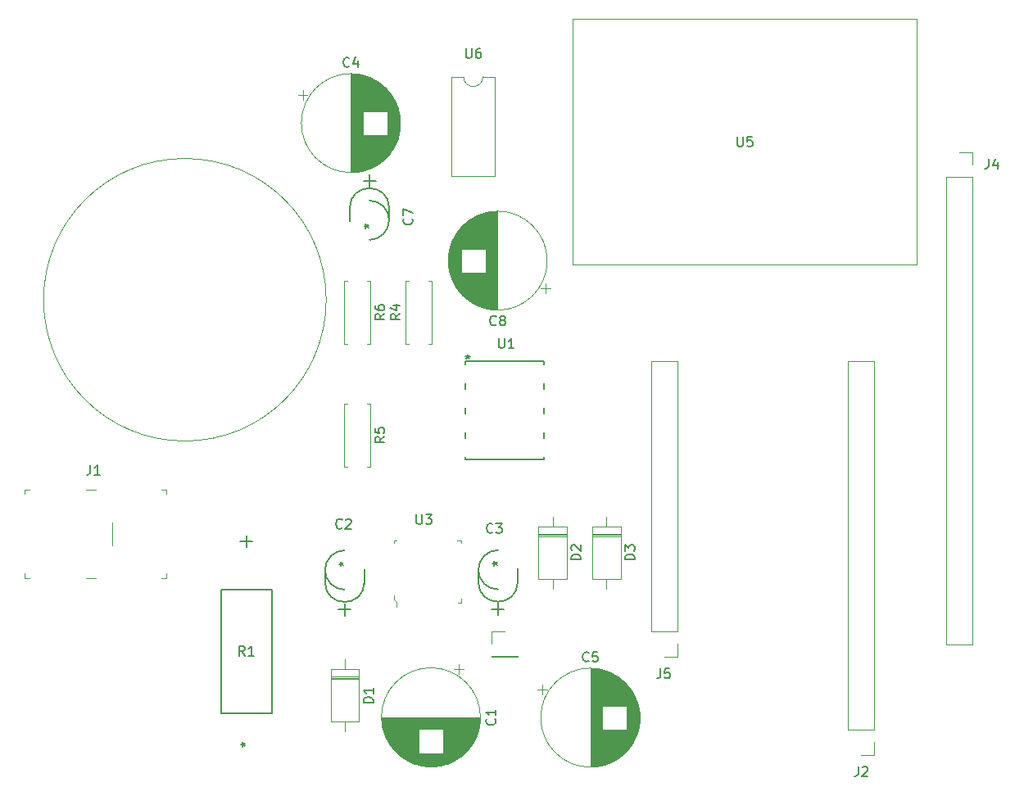
<source format=gbr>
G04 #@! TF.GenerationSoftware,KiCad,Pcbnew,(5.1.4-0-10_14)*
G04 #@! TF.CreationDate,2020-01-10T09:40:25-08:00*
G04 #@! TF.ProjectId,Griduino,47726964-7569-46e6-9f2e-6b696361645f,0*
G04 #@! TF.SameCoordinates,Original*
G04 #@! TF.FileFunction,Legend,Top*
G04 #@! TF.FilePolarity,Positive*
%FSLAX46Y46*%
G04 Gerber Fmt 4.6, Leading zero omitted, Abs format (unit mm)*
G04 Created by KiCad (PCBNEW (5.1.4-0-10_14)) date 2020-01-10 09:40:25*
%MOMM*%
%LPD*%
G04 APERTURE LIST*
%ADD10C,0.120000*%
%ADD11C,0.100000*%
%ADD12C,0.152400*%
%ADD13C,0.150000*%
G04 APERTURE END LIST*
D10*
X104749600Y-91414600D02*
G75*
G03X104749600Y-91414600I-14605000J0D01*
G01*
X130225800Y-87807800D02*
X130225800Y-62407800D01*
X165785800Y-87807800D02*
X130225800Y-87807800D01*
X165785800Y-62407800D02*
X165785800Y-87807800D01*
X130225800Y-62407800D02*
X165785800Y-62407800D01*
X121860000Y-125670000D02*
X123190000Y-125670000D01*
X121860000Y-127000000D02*
X121860000Y-125670000D01*
X121860000Y-128270000D02*
X124520000Y-128270000D01*
X124520000Y-128270000D02*
X124520000Y-128330000D01*
X121860000Y-128270000D02*
X121860000Y-128330000D01*
X121860000Y-128330000D02*
X124520000Y-128330000D01*
D11*
X88204200Y-111020800D02*
X88204200Y-111520800D01*
X88204200Y-111020800D02*
X87704200Y-111020800D01*
X88204200Y-120220800D02*
X88204200Y-119720800D01*
X88204200Y-120220800D02*
X87704200Y-120220800D01*
X82604200Y-116820800D02*
X82604200Y-114420800D01*
X73604200Y-120220800D02*
X74104200Y-120220800D01*
X73604200Y-120220800D02*
X73604200Y-119720800D01*
X73604200Y-111020800D02*
X73604200Y-111520800D01*
X73604200Y-111020800D02*
X74104200Y-111020800D01*
X80904200Y-120220800D02*
X79904200Y-120220800D01*
X80904200Y-111020800D02*
X79904200Y-111020800D01*
D12*
X127254000Y-98099890D02*
X127254000Y-97790000D01*
X127254000Y-100639890D02*
X127254000Y-100020110D01*
X127254000Y-103179890D02*
X127254000Y-102560110D01*
X127254000Y-105719890D02*
X127254000Y-105100110D01*
X119126000Y-107640110D02*
X119126000Y-107950000D01*
X119126000Y-105100110D02*
X119126000Y-105719890D01*
X119126000Y-102560110D02*
X119126000Y-103179890D01*
X119126000Y-100053140D02*
X119126000Y-100639890D01*
X119126000Y-97790000D02*
X119126000Y-98066860D01*
X127254000Y-97790000D02*
X119126000Y-97790000D01*
X127254000Y-107950000D02*
X127254000Y-107640110D01*
X119126000Y-107950000D02*
X127254000Y-107950000D01*
D10*
X135175600Y-115611200D02*
X132235600Y-115611200D01*
X135175600Y-115851200D02*
X132235600Y-115851200D01*
X135175600Y-115731200D02*
X132235600Y-115731200D01*
X133705600Y-121291200D02*
X133705600Y-120271200D01*
X133705600Y-113811200D02*
X133705600Y-114831200D01*
X135175600Y-120271200D02*
X135175600Y-114831200D01*
X132235600Y-120271200D02*
X135175600Y-120271200D01*
X132235600Y-114831200D02*
X132235600Y-120271200D01*
X135175600Y-114831200D02*
X132235600Y-114831200D01*
X129613000Y-115611200D02*
X126673000Y-115611200D01*
X129613000Y-115851200D02*
X126673000Y-115851200D01*
X129613000Y-115731200D02*
X126673000Y-115731200D01*
X128143000Y-121291200D02*
X128143000Y-120271200D01*
X128143000Y-113811200D02*
X128143000Y-114831200D01*
X129613000Y-120271200D02*
X129613000Y-114831200D01*
X126673000Y-120271200D02*
X129613000Y-120271200D01*
X126673000Y-114831200D02*
X126673000Y-120271200D01*
X129613000Y-114831200D02*
X126673000Y-114831200D01*
X108150000Y-130394000D02*
X105210000Y-130394000D01*
X108150000Y-130634000D02*
X105210000Y-130634000D01*
X108150000Y-130514000D02*
X105210000Y-130514000D01*
X106680000Y-136074000D02*
X106680000Y-135054000D01*
X106680000Y-128594000D02*
X106680000Y-129614000D01*
X108150000Y-135054000D02*
X108150000Y-129614000D01*
X105210000Y-135054000D02*
X108150000Y-135054000D01*
X105210000Y-129614000D02*
X105210000Y-135054000D01*
X108150000Y-129614000D02*
X105210000Y-129614000D01*
X127447646Y-90751000D02*
X127447646Y-89751000D01*
X127947646Y-90251000D02*
X126947646Y-90251000D01*
X117387000Y-87975000D02*
X117387000Y-86777000D01*
X117427000Y-88238000D02*
X117427000Y-86514000D01*
X117467000Y-88438000D02*
X117467000Y-86314000D01*
X117507000Y-88606000D02*
X117507000Y-86146000D01*
X117547000Y-88754000D02*
X117547000Y-85998000D01*
X117587000Y-88886000D02*
X117587000Y-85866000D01*
X117627000Y-89006000D02*
X117627000Y-85746000D01*
X117667000Y-89118000D02*
X117667000Y-85634000D01*
X117707000Y-89222000D02*
X117707000Y-85530000D01*
X117747000Y-89320000D02*
X117747000Y-85432000D01*
X117787000Y-89413000D02*
X117787000Y-85339000D01*
X117827000Y-89501000D02*
X117827000Y-85251000D01*
X117867000Y-89585000D02*
X117867000Y-85167000D01*
X117907000Y-89665000D02*
X117907000Y-85087000D01*
X117947000Y-89741000D02*
X117947000Y-85011000D01*
X117987000Y-89815000D02*
X117987000Y-84937000D01*
X118027000Y-89886000D02*
X118027000Y-84866000D01*
X118067000Y-89955000D02*
X118067000Y-84797000D01*
X118107000Y-90021000D02*
X118107000Y-84731000D01*
X118147000Y-90085000D02*
X118147000Y-84667000D01*
X118187000Y-90146000D02*
X118187000Y-84606000D01*
X118227000Y-90206000D02*
X118227000Y-84546000D01*
X118267000Y-90265000D02*
X118267000Y-84487000D01*
X118307000Y-90321000D02*
X118307000Y-84431000D01*
X118347000Y-90376000D02*
X118347000Y-84376000D01*
X118387000Y-90430000D02*
X118387000Y-84322000D01*
X118427000Y-90482000D02*
X118427000Y-84270000D01*
X118467000Y-90532000D02*
X118467000Y-84220000D01*
X118507000Y-90582000D02*
X118507000Y-84170000D01*
X118547000Y-90630000D02*
X118547000Y-84122000D01*
X118587000Y-90677000D02*
X118587000Y-84075000D01*
X118627000Y-90723000D02*
X118627000Y-84029000D01*
X118667000Y-90768000D02*
X118667000Y-83984000D01*
X118707000Y-90812000D02*
X118707000Y-83940000D01*
X118747000Y-86135000D02*
X118747000Y-83898000D01*
X118747000Y-90854000D02*
X118747000Y-88617000D01*
X118787000Y-86135000D02*
X118787000Y-83856000D01*
X118787000Y-90896000D02*
X118787000Y-88617000D01*
X118827000Y-86135000D02*
X118827000Y-83815000D01*
X118827000Y-90937000D02*
X118827000Y-88617000D01*
X118867000Y-86135000D02*
X118867000Y-83775000D01*
X118867000Y-90977000D02*
X118867000Y-88617000D01*
X118907000Y-86135000D02*
X118907000Y-83736000D01*
X118907000Y-91016000D02*
X118907000Y-88617000D01*
X118947000Y-86135000D02*
X118947000Y-83697000D01*
X118947000Y-91055000D02*
X118947000Y-88617000D01*
X118987000Y-86135000D02*
X118987000Y-83660000D01*
X118987000Y-91092000D02*
X118987000Y-88617000D01*
X119027000Y-86135000D02*
X119027000Y-83623000D01*
X119027000Y-91129000D02*
X119027000Y-88617000D01*
X119067000Y-86135000D02*
X119067000Y-83587000D01*
X119067000Y-91165000D02*
X119067000Y-88617000D01*
X119107000Y-86135000D02*
X119107000Y-83552000D01*
X119107000Y-91200000D02*
X119107000Y-88617000D01*
X119147000Y-86135000D02*
X119147000Y-83518000D01*
X119147000Y-91234000D02*
X119147000Y-88617000D01*
X119187000Y-86135000D02*
X119187000Y-83484000D01*
X119187000Y-91268000D02*
X119187000Y-88617000D01*
X119227000Y-86135000D02*
X119227000Y-83451000D01*
X119227000Y-91301000D02*
X119227000Y-88617000D01*
X119267000Y-86135000D02*
X119267000Y-83419000D01*
X119267000Y-91333000D02*
X119267000Y-88617000D01*
X119307000Y-86135000D02*
X119307000Y-83387000D01*
X119307000Y-91365000D02*
X119307000Y-88617000D01*
X119347000Y-86135000D02*
X119347000Y-83356000D01*
X119347000Y-91396000D02*
X119347000Y-88617000D01*
X119387000Y-86135000D02*
X119387000Y-83326000D01*
X119387000Y-91426000D02*
X119387000Y-88617000D01*
X119427000Y-86135000D02*
X119427000Y-83296000D01*
X119427000Y-91456000D02*
X119427000Y-88617000D01*
X119467000Y-86135000D02*
X119467000Y-83266000D01*
X119467000Y-91486000D02*
X119467000Y-88617000D01*
X119507000Y-86135000D02*
X119507000Y-83238000D01*
X119507000Y-91514000D02*
X119507000Y-88617000D01*
X119547000Y-86135000D02*
X119547000Y-83210000D01*
X119547000Y-91542000D02*
X119547000Y-88617000D01*
X119587000Y-86135000D02*
X119587000Y-83182000D01*
X119587000Y-91570000D02*
X119587000Y-88617000D01*
X119627000Y-86135000D02*
X119627000Y-83155000D01*
X119627000Y-91597000D02*
X119627000Y-88617000D01*
X119667000Y-86135000D02*
X119667000Y-83129000D01*
X119667000Y-91623000D02*
X119667000Y-88617000D01*
X119707000Y-86135000D02*
X119707000Y-83103000D01*
X119707000Y-91649000D02*
X119707000Y-88617000D01*
X119747000Y-86135000D02*
X119747000Y-83078000D01*
X119747000Y-91674000D02*
X119747000Y-88617000D01*
X119787000Y-86135000D02*
X119787000Y-83053000D01*
X119787000Y-91699000D02*
X119787000Y-88617000D01*
X119827000Y-86135000D02*
X119827000Y-83029000D01*
X119827000Y-91723000D02*
X119827000Y-88617000D01*
X119867000Y-86135000D02*
X119867000Y-83005000D01*
X119867000Y-91747000D02*
X119867000Y-88617000D01*
X119907000Y-86135000D02*
X119907000Y-82981000D01*
X119907000Y-91771000D02*
X119907000Y-88617000D01*
X119947000Y-86135000D02*
X119947000Y-82959000D01*
X119947000Y-91793000D02*
X119947000Y-88617000D01*
X119987000Y-86135000D02*
X119987000Y-82936000D01*
X119987000Y-91816000D02*
X119987000Y-88617000D01*
X120027000Y-86135000D02*
X120027000Y-82914000D01*
X120027000Y-91838000D02*
X120027000Y-88617000D01*
X120067000Y-86135000D02*
X120067000Y-82893000D01*
X120067000Y-91859000D02*
X120067000Y-88617000D01*
X120107000Y-86135000D02*
X120107000Y-82872000D01*
X120107000Y-91880000D02*
X120107000Y-88617000D01*
X120147000Y-86135000D02*
X120147000Y-82851000D01*
X120147000Y-91901000D02*
X120147000Y-88617000D01*
X120187000Y-86135000D02*
X120187000Y-82831000D01*
X120187000Y-91921000D02*
X120187000Y-88617000D01*
X120227000Y-86135000D02*
X120227000Y-82812000D01*
X120227000Y-91940000D02*
X120227000Y-88617000D01*
X120267000Y-86135000D02*
X120267000Y-82792000D01*
X120267000Y-91960000D02*
X120267000Y-88617000D01*
X120307000Y-86135000D02*
X120307000Y-82773000D01*
X120307000Y-91979000D02*
X120307000Y-88617000D01*
X120347000Y-86135000D02*
X120347000Y-82755000D01*
X120347000Y-91997000D02*
X120347000Y-88617000D01*
X120387000Y-86135000D02*
X120387000Y-82737000D01*
X120387000Y-92015000D02*
X120387000Y-88617000D01*
X120427000Y-86135000D02*
X120427000Y-82719000D01*
X120427000Y-92033000D02*
X120427000Y-88617000D01*
X120467000Y-86135000D02*
X120467000Y-82702000D01*
X120467000Y-92050000D02*
X120467000Y-88617000D01*
X120507000Y-86135000D02*
X120507000Y-82686000D01*
X120507000Y-92066000D02*
X120507000Y-88617000D01*
X120547000Y-86135000D02*
X120547000Y-82669000D01*
X120547000Y-92083000D02*
X120547000Y-88617000D01*
X120587000Y-86135000D02*
X120587000Y-82653000D01*
X120587000Y-92099000D02*
X120587000Y-88617000D01*
X120627000Y-86135000D02*
X120627000Y-82638000D01*
X120627000Y-92114000D02*
X120627000Y-88617000D01*
X120667000Y-86135000D02*
X120667000Y-82622000D01*
X120667000Y-92130000D02*
X120667000Y-88617000D01*
X120707000Y-86135000D02*
X120707000Y-82608000D01*
X120707000Y-92144000D02*
X120707000Y-88617000D01*
X120747000Y-86135000D02*
X120747000Y-82593000D01*
X120747000Y-92159000D02*
X120747000Y-88617000D01*
X120787000Y-86135000D02*
X120787000Y-82579000D01*
X120787000Y-92173000D02*
X120787000Y-88617000D01*
X120827000Y-86135000D02*
X120827000Y-82565000D01*
X120827000Y-92187000D02*
X120827000Y-88617000D01*
X120867000Y-86135000D02*
X120867000Y-82552000D01*
X120867000Y-92200000D02*
X120867000Y-88617000D01*
X120907000Y-86135000D02*
X120907000Y-82539000D01*
X120907000Y-92213000D02*
X120907000Y-88617000D01*
X120947000Y-86135000D02*
X120947000Y-82526000D01*
X120947000Y-92226000D02*
X120947000Y-88617000D01*
X120987000Y-86135000D02*
X120987000Y-82514000D01*
X120987000Y-92238000D02*
X120987000Y-88617000D01*
X121027000Y-86135000D02*
X121027000Y-82502000D01*
X121027000Y-92250000D02*
X121027000Y-88617000D01*
X121067000Y-86135000D02*
X121067000Y-82491000D01*
X121067000Y-92261000D02*
X121067000Y-88617000D01*
X121107000Y-86135000D02*
X121107000Y-82479000D01*
X121107000Y-92273000D02*
X121107000Y-88617000D01*
X121147000Y-86135000D02*
X121147000Y-82469000D01*
X121147000Y-92283000D02*
X121147000Y-88617000D01*
X121187000Y-86135000D02*
X121187000Y-82458000D01*
X121187000Y-92294000D02*
X121187000Y-88617000D01*
X121227000Y-92304000D02*
X121227000Y-82448000D01*
X121267000Y-92314000D02*
X121267000Y-82438000D01*
X121307000Y-92323000D02*
X121307000Y-82429000D01*
X121347000Y-92332000D02*
X121347000Y-82420000D01*
X121387000Y-92341000D02*
X121387000Y-82411000D01*
X121427000Y-92350000D02*
X121427000Y-82402000D01*
X121467000Y-92358000D02*
X121467000Y-82394000D01*
X121507000Y-92366000D02*
X121507000Y-82386000D01*
X121547000Y-92373000D02*
X121547000Y-82379000D01*
X121587000Y-92380000D02*
X121587000Y-82372000D01*
X121627000Y-92387000D02*
X121627000Y-82365000D01*
X121667000Y-92394000D02*
X121667000Y-82358000D01*
X121707000Y-92400000D02*
X121707000Y-82352000D01*
X121747000Y-92406000D02*
X121747000Y-82346000D01*
X121788000Y-92411000D02*
X121788000Y-82341000D01*
X121828000Y-92416000D02*
X121828000Y-82336000D01*
X121868000Y-92421000D02*
X121868000Y-82331000D01*
X121908000Y-92426000D02*
X121908000Y-82326000D01*
X121948000Y-92430000D02*
X121948000Y-82322000D01*
X121988000Y-92434000D02*
X121988000Y-82318000D01*
X122028000Y-92438000D02*
X122028000Y-82314000D01*
X122068000Y-92441000D02*
X122068000Y-82311000D01*
X122108000Y-92444000D02*
X122108000Y-82308000D01*
X122148000Y-92446000D02*
X122148000Y-82306000D01*
X122188000Y-92449000D02*
X122188000Y-82303000D01*
X122228000Y-92451000D02*
X122228000Y-82301000D01*
X122268000Y-92453000D02*
X122268000Y-82299000D01*
X122308000Y-92454000D02*
X122308000Y-82298000D01*
X122348000Y-92455000D02*
X122348000Y-82297000D01*
X122388000Y-92456000D02*
X122388000Y-82296000D01*
X122428000Y-92456000D02*
X122428000Y-82296000D01*
X122468000Y-92456000D02*
X122468000Y-82296000D01*
X127588000Y-87376000D02*
G75*
G03X127588000Y-87376000I-5120000J0D01*
G01*
X127060354Y-131245000D02*
X127060354Y-132245000D01*
X126560354Y-131745000D02*
X127560354Y-131745000D01*
X137121000Y-134021000D02*
X137121000Y-135219000D01*
X137081000Y-133758000D02*
X137081000Y-135482000D01*
X137041000Y-133558000D02*
X137041000Y-135682000D01*
X137001000Y-133390000D02*
X137001000Y-135850000D01*
X136961000Y-133242000D02*
X136961000Y-135998000D01*
X136921000Y-133110000D02*
X136921000Y-136130000D01*
X136881000Y-132990000D02*
X136881000Y-136250000D01*
X136841000Y-132878000D02*
X136841000Y-136362000D01*
X136801000Y-132774000D02*
X136801000Y-136466000D01*
X136761000Y-132676000D02*
X136761000Y-136564000D01*
X136721000Y-132583000D02*
X136721000Y-136657000D01*
X136681000Y-132495000D02*
X136681000Y-136745000D01*
X136641000Y-132411000D02*
X136641000Y-136829000D01*
X136601000Y-132331000D02*
X136601000Y-136909000D01*
X136561000Y-132255000D02*
X136561000Y-136985000D01*
X136521000Y-132181000D02*
X136521000Y-137059000D01*
X136481000Y-132110000D02*
X136481000Y-137130000D01*
X136441000Y-132041000D02*
X136441000Y-137199000D01*
X136401000Y-131975000D02*
X136401000Y-137265000D01*
X136361000Y-131911000D02*
X136361000Y-137329000D01*
X136321000Y-131850000D02*
X136321000Y-137390000D01*
X136281000Y-131790000D02*
X136281000Y-137450000D01*
X136241000Y-131731000D02*
X136241000Y-137509000D01*
X136201000Y-131675000D02*
X136201000Y-137565000D01*
X136161000Y-131620000D02*
X136161000Y-137620000D01*
X136121000Y-131566000D02*
X136121000Y-137674000D01*
X136081000Y-131514000D02*
X136081000Y-137726000D01*
X136041000Y-131464000D02*
X136041000Y-137776000D01*
X136001000Y-131414000D02*
X136001000Y-137826000D01*
X135961000Y-131366000D02*
X135961000Y-137874000D01*
X135921000Y-131319000D02*
X135921000Y-137921000D01*
X135881000Y-131273000D02*
X135881000Y-137967000D01*
X135841000Y-131228000D02*
X135841000Y-138012000D01*
X135801000Y-131184000D02*
X135801000Y-138056000D01*
X135761000Y-135861000D02*
X135761000Y-138098000D01*
X135761000Y-131142000D02*
X135761000Y-133379000D01*
X135721000Y-135861000D02*
X135721000Y-138140000D01*
X135721000Y-131100000D02*
X135721000Y-133379000D01*
X135681000Y-135861000D02*
X135681000Y-138181000D01*
X135681000Y-131059000D02*
X135681000Y-133379000D01*
X135641000Y-135861000D02*
X135641000Y-138221000D01*
X135641000Y-131019000D02*
X135641000Y-133379000D01*
X135601000Y-135861000D02*
X135601000Y-138260000D01*
X135601000Y-130980000D02*
X135601000Y-133379000D01*
X135561000Y-135861000D02*
X135561000Y-138299000D01*
X135561000Y-130941000D02*
X135561000Y-133379000D01*
X135521000Y-135861000D02*
X135521000Y-138336000D01*
X135521000Y-130904000D02*
X135521000Y-133379000D01*
X135481000Y-135861000D02*
X135481000Y-138373000D01*
X135481000Y-130867000D02*
X135481000Y-133379000D01*
X135441000Y-135861000D02*
X135441000Y-138409000D01*
X135441000Y-130831000D02*
X135441000Y-133379000D01*
X135401000Y-135861000D02*
X135401000Y-138444000D01*
X135401000Y-130796000D02*
X135401000Y-133379000D01*
X135361000Y-135861000D02*
X135361000Y-138478000D01*
X135361000Y-130762000D02*
X135361000Y-133379000D01*
X135321000Y-135861000D02*
X135321000Y-138512000D01*
X135321000Y-130728000D02*
X135321000Y-133379000D01*
X135281000Y-135861000D02*
X135281000Y-138545000D01*
X135281000Y-130695000D02*
X135281000Y-133379000D01*
X135241000Y-135861000D02*
X135241000Y-138577000D01*
X135241000Y-130663000D02*
X135241000Y-133379000D01*
X135201000Y-135861000D02*
X135201000Y-138609000D01*
X135201000Y-130631000D02*
X135201000Y-133379000D01*
X135161000Y-135861000D02*
X135161000Y-138640000D01*
X135161000Y-130600000D02*
X135161000Y-133379000D01*
X135121000Y-135861000D02*
X135121000Y-138670000D01*
X135121000Y-130570000D02*
X135121000Y-133379000D01*
X135081000Y-135861000D02*
X135081000Y-138700000D01*
X135081000Y-130540000D02*
X135081000Y-133379000D01*
X135041000Y-135861000D02*
X135041000Y-138730000D01*
X135041000Y-130510000D02*
X135041000Y-133379000D01*
X135001000Y-135861000D02*
X135001000Y-138758000D01*
X135001000Y-130482000D02*
X135001000Y-133379000D01*
X134961000Y-135861000D02*
X134961000Y-138786000D01*
X134961000Y-130454000D02*
X134961000Y-133379000D01*
X134921000Y-135861000D02*
X134921000Y-138814000D01*
X134921000Y-130426000D02*
X134921000Y-133379000D01*
X134881000Y-135861000D02*
X134881000Y-138841000D01*
X134881000Y-130399000D02*
X134881000Y-133379000D01*
X134841000Y-135861000D02*
X134841000Y-138867000D01*
X134841000Y-130373000D02*
X134841000Y-133379000D01*
X134801000Y-135861000D02*
X134801000Y-138893000D01*
X134801000Y-130347000D02*
X134801000Y-133379000D01*
X134761000Y-135861000D02*
X134761000Y-138918000D01*
X134761000Y-130322000D02*
X134761000Y-133379000D01*
X134721000Y-135861000D02*
X134721000Y-138943000D01*
X134721000Y-130297000D02*
X134721000Y-133379000D01*
X134681000Y-135861000D02*
X134681000Y-138967000D01*
X134681000Y-130273000D02*
X134681000Y-133379000D01*
X134641000Y-135861000D02*
X134641000Y-138991000D01*
X134641000Y-130249000D02*
X134641000Y-133379000D01*
X134601000Y-135861000D02*
X134601000Y-139015000D01*
X134601000Y-130225000D02*
X134601000Y-133379000D01*
X134561000Y-135861000D02*
X134561000Y-139037000D01*
X134561000Y-130203000D02*
X134561000Y-133379000D01*
X134521000Y-135861000D02*
X134521000Y-139060000D01*
X134521000Y-130180000D02*
X134521000Y-133379000D01*
X134481000Y-135861000D02*
X134481000Y-139082000D01*
X134481000Y-130158000D02*
X134481000Y-133379000D01*
X134441000Y-135861000D02*
X134441000Y-139103000D01*
X134441000Y-130137000D02*
X134441000Y-133379000D01*
X134401000Y-135861000D02*
X134401000Y-139124000D01*
X134401000Y-130116000D02*
X134401000Y-133379000D01*
X134361000Y-135861000D02*
X134361000Y-139145000D01*
X134361000Y-130095000D02*
X134361000Y-133379000D01*
X134321000Y-135861000D02*
X134321000Y-139165000D01*
X134321000Y-130075000D02*
X134321000Y-133379000D01*
X134281000Y-135861000D02*
X134281000Y-139184000D01*
X134281000Y-130056000D02*
X134281000Y-133379000D01*
X134241000Y-135861000D02*
X134241000Y-139204000D01*
X134241000Y-130036000D02*
X134241000Y-133379000D01*
X134201000Y-135861000D02*
X134201000Y-139223000D01*
X134201000Y-130017000D02*
X134201000Y-133379000D01*
X134161000Y-135861000D02*
X134161000Y-139241000D01*
X134161000Y-129999000D02*
X134161000Y-133379000D01*
X134121000Y-135861000D02*
X134121000Y-139259000D01*
X134121000Y-129981000D02*
X134121000Y-133379000D01*
X134081000Y-135861000D02*
X134081000Y-139277000D01*
X134081000Y-129963000D02*
X134081000Y-133379000D01*
X134041000Y-135861000D02*
X134041000Y-139294000D01*
X134041000Y-129946000D02*
X134041000Y-133379000D01*
X134001000Y-135861000D02*
X134001000Y-139310000D01*
X134001000Y-129930000D02*
X134001000Y-133379000D01*
X133961000Y-135861000D02*
X133961000Y-139327000D01*
X133961000Y-129913000D02*
X133961000Y-133379000D01*
X133921000Y-135861000D02*
X133921000Y-139343000D01*
X133921000Y-129897000D02*
X133921000Y-133379000D01*
X133881000Y-135861000D02*
X133881000Y-139358000D01*
X133881000Y-129882000D02*
X133881000Y-133379000D01*
X133841000Y-135861000D02*
X133841000Y-139374000D01*
X133841000Y-129866000D02*
X133841000Y-133379000D01*
X133801000Y-135861000D02*
X133801000Y-139388000D01*
X133801000Y-129852000D02*
X133801000Y-133379000D01*
X133761000Y-135861000D02*
X133761000Y-139403000D01*
X133761000Y-129837000D02*
X133761000Y-133379000D01*
X133721000Y-135861000D02*
X133721000Y-139417000D01*
X133721000Y-129823000D02*
X133721000Y-133379000D01*
X133681000Y-135861000D02*
X133681000Y-139431000D01*
X133681000Y-129809000D02*
X133681000Y-133379000D01*
X133641000Y-135861000D02*
X133641000Y-139444000D01*
X133641000Y-129796000D02*
X133641000Y-133379000D01*
X133601000Y-135861000D02*
X133601000Y-139457000D01*
X133601000Y-129783000D02*
X133601000Y-133379000D01*
X133561000Y-135861000D02*
X133561000Y-139470000D01*
X133561000Y-129770000D02*
X133561000Y-133379000D01*
X133521000Y-135861000D02*
X133521000Y-139482000D01*
X133521000Y-129758000D02*
X133521000Y-133379000D01*
X133481000Y-135861000D02*
X133481000Y-139494000D01*
X133481000Y-129746000D02*
X133481000Y-133379000D01*
X133441000Y-135861000D02*
X133441000Y-139505000D01*
X133441000Y-129735000D02*
X133441000Y-133379000D01*
X133401000Y-135861000D02*
X133401000Y-139517000D01*
X133401000Y-129723000D02*
X133401000Y-133379000D01*
X133361000Y-135861000D02*
X133361000Y-139527000D01*
X133361000Y-129713000D02*
X133361000Y-133379000D01*
X133321000Y-135861000D02*
X133321000Y-139538000D01*
X133321000Y-129702000D02*
X133321000Y-133379000D01*
X133281000Y-129692000D02*
X133281000Y-139548000D01*
X133241000Y-129682000D02*
X133241000Y-139558000D01*
X133201000Y-129673000D02*
X133201000Y-139567000D01*
X133161000Y-129664000D02*
X133161000Y-139576000D01*
X133121000Y-129655000D02*
X133121000Y-139585000D01*
X133081000Y-129646000D02*
X133081000Y-139594000D01*
X133041000Y-129638000D02*
X133041000Y-139602000D01*
X133001000Y-129630000D02*
X133001000Y-139610000D01*
X132961000Y-129623000D02*
X132961000Y-139617000D01*
X132921000Y-129616000D02*
X132921000Y-139624000D01*
X132881000Y-129609000D02*
X132881000Y-139631000D01*
X132841000Y-129602000D02*
X132841000Y-139638000D01*
X132801000Y-129596000D02*
X132801000Y-139644000D01*
X132761000Y-129590000D02*
X132761000Y-139650000D01*
X132720000Y-129585000D02*
X132720000Y-139655000D01*
X132680000Y-129580000D02*
X132680000Y-139660000D01*
X132640000Y-129575000D02*
X132640000Y-139665000D01*
X132600000Y-129570000D02*
X132600000Y-139670000D01*
X132560000Y-129566000D02*
X132560000Y-139674000D01*
X132520000Y-129562000D02*
X132520000Y-139678000D01*
X132480000Y-129558000D02*
X132480000Y-139682000D01*
X132440000Y-129555000D02*
X132440000Y-139685000D01*
X132400000Y-129552000D02*
X132400000Y-139688000D01*
X132360000Y-129550000D02*
X132360000Y-139690000D01*
X132320000Y-129547000D02*
X132320000Y-139693000D01*
X132280000Y-129545000D02*
X132280000Y-139695000D01*
X132240000Y-129543000D02*
X132240000Y-139697000D01*
X132200000Y-129542000D02*
X132200000Y-139698000D01*
X132160000Y-129541000D02*
X132160000Y-139699000D01*
X132120000Y-129540000D02*
X132120000Y-139700000D01*
X132080000Y-129540000D02*
X132080000Y-139700000D01*
X132040000Y-129540000D02*
X132040000Y-139700000D01*
X137160000Y-134620000D02*
G75*
G03X137160000Y-134620000I-5120000J0D01*
G01*
X102320754Y-69777000D02*
X102320754Y-70777000D01*
X101820754Y-70277000D02*
X102820754Y-70277000D01*
X112381400Y-72553000D02*
X112381400Y-73751000D01*
X112341400Y-72290000D02*
X112341400Y-74014000D01*
X112301400Y-72090000D02*
X112301400Y-74214000D01*
X112261400Y-71922000D02*
X112261400Y-74382000D01*
X112221400Y-71774000D02*
X112221400Y-74530000D01*
X112181400Y-71642000D02*
X112181400Y-74662000D01*
X112141400Y-71522000D02*
X112141400Y-74782000D01*
X112101400Y-71410000D02*
X112101400Y-74894000D01*
X112061400Y-71306000D02*
X112061400Y-74998000D01*
X112021400Y-71208000D02*
X112021400Y-75096000D01*
X111981400Y-71115000D02*
X111981400Y-75189000D01*
X111941400Y-71027000D02*
X111941400Y-75277000D01*
X111901400Y-70943000D02*
X111901400Y-75361000D01*
X111861400Y-70863000D02*
X111861400Y-75441000D01*
X111821400Y-70787000D02*
X111821400Y-75517000D01*
X111781400Y-70713000D02*
X111781400Y-75591000D01*
X111741400Y-70642000D02*
X111741400Y-75662000D01*
X111701400Y-70573000D02*
X111701400Y-75731000D01*
X111661400Y-70507000D02*
X111661400Y-75797000D01*
X111621400Y-70443000D02*
X111621400Y-75861000D01*
X111581400Y-70382000D02*
X111581400Y-75922000D01*
X111541400Y-70322000D02*
X111541400Y-75982000D01*
X111501400Y-70263000D02*
X111501400Y-76041000D01*
X111461400Y-70207000D02*
X111461400Y-76097000D01*
X111421400Y-70152000D02*
X111421400Y-76152000D01*
X111381400Y-70098000D02*
X111381400Y-76206000D01*
X111341400Y-70046000D02*
X111341400Y-76258000D01*
X111301400Y-69996000D02*
X111301400Y-76308000D01*
X111261400Y-69946000D02*
X111261400Y-76358000D01*
X111221400Y-69898000D02*
X111221400Y-76406000D01*
X111181400Y-69851000D02*
X111181400Y-76453000D01*
X111141400Y-69805000D02*
X111141400Y-76499000D01*
X111101400Y-69760000D02*
X111101400Y-76544000D01*
X111061400Y-69716000D02*
X111061400Y-76588000D01*
X111021400Y-74393000D02*
X111021400Y-76630000D01*
X111021400Y-69674000D02*
X111021400Y-71911000D01*
X110981400Y-74393000D02*
X110981400Y-76672000D01*
X110981400Y-69632000D02*
X110981400Y-71911000D01*
X110941400Y-74393000D02*
X110941400Y-76713000D01*
X110941400Y-69591000D02*
X110941400Y-71911000D01*
X110901400Y-74393000D02*
X110901400Y-76753000D01*
X110901400Y-69551000D02*
X110901400Y-71911000D01*
X110861400Y-74393000D02*
X110861400Y-76792000D01*
X110861400Y-69512000D02*
X110861400Y-71911000D01*
X110821400Y-74393000D02*
X110821400Y-76831000D01*
X110821400Y-69473000D02*
X110821400Y-71911000D01*
X110781400Y-74393000D02*
X110781400Y-76868000D01*
X110781400Y-69436000D02*
X110781400Y-71911000D01*
X110741400Y-74393000D02*
X110741400Y-76905000D01*
X110741400Y-69399000D02*
X110741400Y-71911000D01*
X110701400Y-74393000D02*
X110701400Y-76941000D01*
X110701400Y-69363000D02*
X110701400Y-71911000D01*
X110661400Y-74393000D02*
X110661400Y-76976000D01*
X110661400Y-69328000D02*
X110661400Y-71911000D01*
X110621400Y-74393000D02*
X110621400Y-77010000D01*
X110621400Y-69294000D02*
X110621400Y-71911000D01*
X110581400Y-74393000D02*
X110581400Y-77044000D01*
X110581400Y-69260000D02*
X110581400Y-71911000D01*
X110541400Y-74393000D02*
X110541400Y-77077000D01*
X110541400Y-69227000D02*
X110541400Y-71911000D01*
X110501400Y-74393000D02*
X110501400Y-77109000D01*
X110501400Y-69195000D02*
X110501400Y-71911000D01*
X110461400Y-74393000D02*
X110461400Y-77141000D01*
X110461400Y-69163000D02*
X110461400Y-71911000D01*
X110421400Y-74393000D02*
X110421400Y-77172000D01*
X110421400Y-69132000D02*
X110421400Y-71911000D01*
X110381400Y-74393000D02*
X110381400Y-77202000D01*
X110381400Y-69102000D02*
X110381400Y-71911000D01*
X110341400Y-74393000D02*
X110341400Y-77232000D01*
X110341400Y-69072000D02*
X110341400Y-71911000D01*
X110301400Y-74393000D02*
X110301400Y-77262000D01*
X110301400Y-69042000D02*
X110301400Y-71911000D01*
X110261400Y-74393000D02*
X110261400Y-77290000D01*
X110261400Y-69014000D02*
X110261400Y-71911000D01*
X110221400Y-74393000D02*
X110221400Y-77318000D01*
X110221400Y-68986000D02*
X110221400Y-71911000D01*
X110181400Y-74393000D02*
X110181400Y-77346000D01*
X110181400Y-68958000D02*
X110181400Y-71911000D01*
X110141400Y-74393000D02*
X110141400Y-77373000D01*
X110141400Y-68931000D02*
X110141400Y-71911000D01*
X110101400Y-74393000D02*
X110101400Y-77399000D01*
X110101400Y-68905000D02*
X110101400Y-71911000D01*
X110061400Y-74393000D02*
X110061400Y-77425000D01*
X110061400Y-68879000D02*
X110061400Y-71911000D01*
X110021400Y-74393000D02*
X110021400Y-77450000D01*
X110021400Y-68854000D02*
X110021400Y-71911000D01*
X109981400Y-74393000D02*
X109981400Y-77475000D01*
X109981400Y-68829000D02*
X109981400Y-71911000D01*
X109941400Y-74393000D02*
X109941400Y-77499000D01*
X109941400Y-68805000D02*
X109941400Y-71911000D01*
X109901400Y-74393000D02*
X109901400Y-77523000D01*
X109901400Y-68781000D02*
X109901400Y-71911000D01*
X109861400Y-74393000D02*
X109861400Y-77547000D01*
X109861400Y-68757000D02*
X109861400Y-71911000D01*
X109821400Y-74393000D02*
X109821400Y-77569000D01*
X109821400Y-68735000D02*
X109821400Y-71911000D01*
X109781400Y-74393000D02*
X109781400Y-77592000D01*
X109781400Y-68712000D02*
X109781400Y-71911000D01*
X109741400Y-74393000D02*
X109741400Y-77614000D01*
X109741400Y-68690000D02*
X109741400Y-71911000D01*
X109701400Y-74393000D02*
X109701400Y-77635000D01*
X109701400Y-68669000D02*
X109701400Y-71911000D01*
X109661400Y-74393000D02*
X109661400Y-77656000D01*
X109661400Y-68648000D02*
X109661400Y-71911000D01*
X109621400Y-74393000D02*
X109621400Y-77677000D01*
X109621400Y-68627000D02*
X109621400Y-71911000D01*
X109581400Y-74393000D02*
X109581400Y-77697000D01*
X109581400Y-68607000D02*
X109581400Y-71911000D01*
X109541400Y-74393000D02*
X109541400Y-77716000D01*
X109541400Y-68588000D02*
X109541400Y-71911000D01*
X109501400Y-74393000D02*
X109501400Y-77736000D01*
X109501400Y-68568000D02*
X109501400Y-71911000D01*
X109461400Y-74393000D02*
X109461400Y-77755000D01*
X109461400Y-68549000D02*
X109461400Y-71911000D01*
X109421400Y-74393000D02*
X109421400Y-77773000D01*
X109421400Y-68531000D02*
X109421400Y-71911000D01*
X109381400Y-74393000D02*
X109381400Y-77791000D01*
X109381400Y-68513000D02*
X109381400Y-71911000D01*
X109341400Y-74393000D02*
X109341400Y-77809000D01*
X109341400Y-68495000D02*
X109341400Y-71911000D01*
X109301400Y-74393000D02*
X109301400Y-77826000D01*
X109301400Y-68478000D02*
X109301400Y-71911000D01*
X109261400Y-74393000D02*
X109261400Y-77842000D01*
X109261400Y-68462000D02*
X109261400Y-71911000D01*
X109221400Y-74393000D02*
X109221400Y-77859000D01*
X109221400Y-68445000D02*
X109221400Y-71911000D01*
X109181400Y-74393000D02*
X109181400Y-77875000D01*
X109181400Y-68429000D02*
X109181400Y-71911000D01*
X109141400Y-74393000D02*
X109141400Y-77890000D01*
X109141400Y-68414000D02*
X109141400Y-71911000D01*
X109101400Y-74393000D02*
X109101400Y-77906000D01*
X109101400Y-68398000D02*
X109101400Y-71911000D01*
X109061400Y-74393000D02*
X109061400Y-77920000D01*
X109061400Y-68384000D02*
X109061400Y-71911000D01*
X109021400Y-74393000D02*
X109021400Y-77935000D01*
X109021400Y-68369000D02*
X109021400Y-71911000D01*
X108981400Y-74393000D02*
X108981400Y-77949000D01*
X108981400Y-68355000D02*
X108981400Y-71911000D01*
X108941400Y-74393000D02*
X108941400Y-77963000D01*
X108941400Y-68341000D02*
X108941400Y-71911000D01*
X108901400Y-74393000D02*
X108901400Y-77976000D01*
X108901400Y-68328000D02*
X108901400Y-71911000D01*
X108861400Y-74393000D02*
X108861400Y-77989000D01*
X108861400Y-68315000D02*
X108861400Y-71911000D01*
X108821400Y-74393000D02*
X108821400Y-78002000D01*
X108821400Y-68302000D02*
X108821400Y-71911000D01*
X108781400Y-74393000D02*
X108781400Y-78014000D01*
X108781400Y-68290000D02*
X108781400Y-71911000D01*
X108741400Y-74393000D02*
X108741400Y-78026000D01*
X108741400Y-68278000D02*
X108741400Y-71911000D01*
X108701400Y-74393000D02*
X108701400Y-78037000D01*
X108701400Y-68267000D02*
X108701400Y-71911000D01*
X108661400Y-74393000D02*
X108661400Y-78049000D01*
X108661400Y-68255000D02*
X108661400Y-71911000D01*
X108621400Y-74393000D02*
X108621400Y-78059000D01*
X108621400Y-68245000D02*
X108621400Y-71911000D01*
X108581400Y-74393000D02*
X108581400Y-78070000D01*
X108581400Y-68234000D02*
X108581400Y-71911000D01*
X108541400Y-68224000D02*
X108541400Y-78080000D01*
X108501400Y-68214000D02*
X108501400Y-78090000D01*
X108461400Y-68205000D02*
X108461400Y-78099000D01*
X108421400Y-68196000D02*
X108421400Y-78108000D01*
X108381400Y-68187000D02*
X108381400Y-78117000D01*
X108341400Y-68178000D02*
X108341400Y-78126000D01*
X108301400Y-68170000D02*
X108301400Y-78134000D01*
X108261400Y-68162000D02*
X108261400Y-78142000D01*
X108221400Y-68155000D02*
X108221400Y-78149000D01*
X108181400Y-68148000D02*
X108181400Y-78156000D01*
X108141400Y-68141000D02*
X108141400Y-78163000D01*
X108101400Y-68134000D02*
X108101400Y-78170000D01*
X108061400Y-68128000D02*
X108061400Y-78176000D01*
X108021400Y-68122000D02*
X108021400Y-78182000D01*
X107980400Y-68117000D02*
X107980400Y-78187000D01*
X107940400Y-68112000D02*
X107940400Y-78192000D01*
X107900400Y-68107000D02*
X107900400Y-78197000D01*
X107860400Y-68102000D02*
X107860400Y-78202000D01*
X107820400Y-68098000D02*
X107820400Y-78206000D01*
X107780400Y-68094000D02*
X107780400Y-78210000D01*
X107740400Y-68090000D02*
X107740400Y-78214000D01*
X107700400Y-68087000D02*
X107700400Y-78217000D01*
X107660400Y-68084000D02*
X107660400Y-78220000D01*
X107620400Y-68082000D02*
X107620400Y-78222000D01*
X107580400Y-68079000D02*
X107580400Y-78225000D01*
X107540400Y-68077000D02*
X107540400Y-78227000D01*
X107500400Y-68075000D02*
X107500400Y-78229000D01*
X107460400Y-68074000D02*
X107460400Y-78230000D01*
X107420400Y-68073000D02*
X107420400Y-78231000D01*
X107380400Y-68072000D02*
X107380400Y-78232000D01*
X107340400Y-68072000D02*
X107340400Y-78232000D01*
X107300400Y-68072000D02*
X107300400Y-78232000D01*
X112420400Y-73152000D02*
G75*
G03X112420400Y-73152000I-5120000J0D01*
G01*
X118945000Y-129600354D02*
X117945000Y-129600354D01*
X118445000Y-129100354D02*
X118445000Y-130100354D01*
X116169000Y-139661000D02*
X114971000Y-139661000D01*
X116432000Y-139621000D02*
X114708000Y-139621000D01*
X116632000Y-139581000D02*
X114508000Y-139581000D01*
X116800000Y-139541000D02*
X114340000Y-139541000D01*
X116948000Y-139501000D02*
X114192000Y-139501000D01*
X117080000Y-139461000D02*
X114060000Y-139461000D01*
X117200000Y-139421000D02*
X113940000Y-139421000D01*
X117312000Y-139381000D02*
X113828000Y-139381000D01*
X117416000Y-139341000D02*
X113724000Y-139341000D01*
X117514000Y-139301000D02*
X113626000Y-139301000D01*
X117607000Y-139261000D02*
X113533000Y-139261000D01*
X117695000Y-139221000D02*
X113445000Y-139221000D01*
X117779000Y-139181000D02*
X113361000Y-139181000D01*
X117859000Y-139141000D02*
X113281000Y-139141000D01*
X117935000Y-139101000D02*
X113205000Y-139101000D01*
X118009000Y-139061000D02*
X113131000Y-139061000D01*
X118080000Y-139021000D02*
X113060000Y-139021000D01*
X118149000Y-138981000D02*
X112991000Y-138981000D01*
X118215000Y-138941000D02*
X112925000Y-138941000D01*
X118279000Y-138901000D02*
X112861000Y-138901000D01*
X118340000Y-138861000D02*
X112800000Y-138861000D01*
X118400000Y-138821000D02*
X112740000Y-138821000D01*
X118459000Y-138781000D02*
X112681000Y-138781000D01*
X118515000Y-138741000D02*
X112625000Y-138741000D01*
X118570000Y-138701000D02*
X112570000Y-138701000D01*
X118624000Y-138661000D02*
X112516000Y-138661000D01*
X118676000Y-138621000D02*
X112464000Y-138621000D01*
X118726000Y-138581000D02*
X112414000Y-138581000D01*
X118776000Y-138541000D02*
X112364000Y-138541000D01*
X118824000Y-138501000D02*
X112316000Y-138501000D01*
X118871000Y-138461000D02*
X112269000Y-138461000D01*
X118917000Y-138421000D02*
X112223000Y-138421000D01*
X118962000Y-138381000D02*
X112178000Y-138381000D01*
X119006000Y-138341000D02*
X112134000Y-138341000D01*
X114329000Y-138301000D02*
X112092000Y-138301000D01*
X119048000Y-138301000D02*
X116811000Y-138301000D01*
X114329000Y-138261000D02*
X112050000Y-138261000D01*
X119090000Y-138261000D02*
X116811000Y-138261000D01*
X114329000Y-138221000D02*
X112009000Y-138221000D01*
X119131000Y-138221000D02*
X116811000Y-138221000D01*
X114329000Y-138181000D02*
X111969000Y-138181000D01*
X119171000Y-138181000D02*
X116811000Y-138181000D01*
X114329000Y-138141000D02*
X111930000Y-138141000D01*
X119210000Y-138141000D02*
X116811000Y-138141000D01*
X114329000Y-138101000D02*
X111891000Y-138101000D01*
X119249000Y-138101000D02*
X116811000Y-138101000D01*
X114329000Y-138061000D02*
X111854000Y-138061000D01*
X119286000Y-138061000D02*
X116811000Y-138061000D01*
X114329000Y-138021000D02*
X111817000Y-138021000D01*
X119323000Y-138021000D02*
X116811000Y-138021000D01*
X114329000Y-137981000D02*
X111781000Y-137981000D01*
X119359000Y-137981000D02*
X116811000Y-137981000D01*
X114329000Y-137941000D02*
X111746000Y-137941000D01*
X119394000Y-137941000D02*
X116811000Y-137941000D01*
X114329000Y-137901000D02*
X111712000Y-137901000D01*
X119428000Y-137901000D02*
X116811000Y-137901000D01*
X114329000Y-137861000D02*
X111678000Y-137861000D01*
X119462000Y-137861000D02*
X116811000Y-137861000D01*
X114329000Y-137821000D02*
X111645000Y-137821000D01*
X119495000Y-137821000D02*
X116811000Y-137821000D01*
X114329000Y-137781000D02*
X111613000Y-137781000D01*
X119527000Y-137781000D02*
X116811000Y-137781000D01*
X114329000Y-137741000D02*
X111581000Y-137741000D01*
X119559000Y-137741000D02*
X116811000Y-137741000D01*
X114329000Y-137701000D02*
X111550000Y-137701000D01*
X119590000Y-137701000D02*
X116811000Y-137701000D01*
X114329000Y-137661000D02*
X111520000Y-137661000D01*
X119620000Y-137661000D02*
X116811000Y-137661000D01*
X114329000Y-137621000D02*
X111490000Y-137621000D01*
X119650000Y-137621000D02*
X116811000Y-137621000D01*
X114329000Y-137581000D02*
X111460000Y-137581000D01*
X119680000Y-137581000D02*
X116811000Y-137581000D01*
X114329000Y-137541000D02*
X111432000Y-137541000D01*
X119708000Y-137541000D02*
X116811000Y-137541000D01*
X114329000Y-137501000D02*
X111404000Y-137501000D01*
X119736000Y-137501000D02*
X116811000Y-137501000D01*
X114329000Y-137461000D02*
X111376000Y-137461000D01*
X119764000Y-137461000D02*
X116811000Y-137461000D01*
X114329000Y-137421000D02*
X111349000Y-137421000D01*
X119791000Y-137421000D02*
X116811000Y-137421000D01*
X114329000Y-137381000D02*
X111323000Y-137381000D01*
X119817000Y-137381000D02*
X116811000Y-137381000D01*
X114329000Y-137341000D02*
X111297000Y-137341000D01*
X119843000Y-137341000D02*
X116811000Y-137341000D01*
X114329000Y-137301000D02*
X111272000Y-137301000D01*
X119868000Y-137301000D02*
X116811000Y-137301000D01*
X114329000Y-137261000D02*
X111247000Y-137261000D01*
X119893000Y-137261000D02*
X116811000Y-137261000D01*
X114329000Y-137221000D02*
X111223000Y-137221000D01*
X119917000Y-137221000D02*
X116811000Y-137221000D01*
X114329000Y-137181000D02*
X111199000Y-137181000D01*
X119941000Y-137181000D02*
X116811000Y-137181000D01*
X114329000Y-137141000D02*
X111175000Y-137141000D01*
X119965000Y-137141000D02*
X116811000Y-137141000D01*
X114329000Y-137101000D02*
X111153000Y-137101000D01*
X119987000Y-137101000D02*
X116811000Y-137101000D01*
X114329000Y-137061000D02*
X111130000Y-137061000D01*
X120010000Y-137061000D02*
X116811000Y-137061000D01*
X114329000Y-137021000D02*
X111108000Y-137021000D01*
X120032000Y-137021000D02*
X116811000Y-137021000D01*
X114329000Y-136981000D02*
X111087000Y-136981000D01*
X120053000Y-136981000D02*
X116811000Y-136981000D01*
X114329000Y-136941000D02*
X111066000Y-136941000D01*
X120074000Y-136941000D02*
X116811000Y-136941000D01*
X114329000Y-136901000D02*
X111045000Y-136901000D01*
X120095000Y-136901000D02*
X116811000Y-136901000D01*
X114329000Y-136861000D02*
X111025000Y-136861000D01*
X120115000Y-136861000D02*
X116811000Y-136861000D01*
X114329000Y-136821000D02*
X111006000Y-136821000D01*
X120134000Y-136821000D02*
X116811000Y-136821000D01*
X114329000Y-136781000D02*
X110986000Y-136781000D01*
X120154000Y-136781000D02*
X116811000Y-136781000D01*
X114329000Y-136741000D02*
X110967000Y-136741000D01*
X120173000Y-136741000D02*
X116811000Y-136741000D01*
X114329000Y-136701000D02*
X110949000Y-136701000D01*
X120191000Y-136701000D02*
X116811000Y-136701000D01*
X114329000Y-136661000D02*
X110931000Y-136661000D01*
X120209000Y-136661000D02*
X116811000Y-136661000D01*
X114329000Y-136621000D02*
X110913000Y-136621000D01*
X120227000Y-136621000D02*
X116811000Y-136621000D01*
X114329000Y-136581000D02*
X110896000Y-136581000D01*
X120244000Y-136581000D02*
X116811000Y-136581000D01*
X114329000Y-136541000D02*
X110880000Y-136541000D01*
X120260000Y-136541000D02*
X116811000Y-136541000D01*
X114329000Y-136501000D02*
X110863000Y-136501000D01*
X120277000Y-136501000D02*
X116811000Y-136501000D01*
X114329000Y-136461000D02*
X110847000Y-136461000D01*
X120293000Y-136461000D02*
X116811000Y-136461000D01*
X114329000Y-136421000D02*
X110832000Y-136421000D01*
X120308000Y-136421000D02*
X116811000Y-136421000D01*
X114329000Y-136381000D02*
X110816000Y-136381000D01*
X120324000Y-136381000D02*
X116811000Y-136381000D01*
X114329000Y-136341000D02*
X110802000Y-136341000D01*
X120338000Y-136341000D02*
X116811000Y-136341000D01*
X114329000Y-136301000D02*
X110787000Y-136301000D01*
X120353000Y-136301000D02*
X116811000Y-136301000D01*
X114329000Y-136261000D02*
X110773000Y-136261000D01*
X120367000Y-136261000D02*
X116811000Y-136261000D01*
X114329000Y-136221000D02*
X110759000Y-136221000D01*
X120381000Y-136221000D02*
X116811000Y-136221000D01*
X114329000Y-136181000D02*
X110746000Y-136181000D01*
X120394000Y-136181000D02*
X116811000Y-136181000D01*
X114329000Y-136141000D02*
X110733000Y-136141000D01*
X120407000Y-136141000D02*
X116811000Y-136141000D01*
X114329000Y-136101000D02*
X110720000Y-136101000D01*
X120420000Y-136101000D02*
X116811000Y-136101000D01*
X114329000Y-136061000D02*
X110708000Y-136061000D01*
X120432000Y-136061000D02*
X116811000Y-136061000D01*
X114329000Y-136021000D02*
X110696000Y-136021000D01*
X120444000Y-136021000D02*
X116811000Y-136021000D01*
X114329000Y-135981000D02*
X110685000Y-135981000D01*
X120455000Y-135981000D02*
X116811000Y-135981000D01*
X114329000Y-135941000D02*
X110673000Y-135941000D01*
X120467000Y-135941000D02*
X116811000Y-135941000D01*
X114329000Y-135901000D02*
X110663000Y-135901000D01*
X120477000Y-135901000D02*
X116811000Y-135901000D01*
X114329000Y-135861000D02*
X110652000Y-135861000D01*
X120488000Y-135861000D02*
X116811000Y-135861000D01*
X120498000Y-135821000D02*
X110642000Y-135821000D01*
X120508000Y-135781000D02*
X110632000Y-135781000D01*
X120517000Y-135741000D02*
X110623000Y-135741000D01*
X120526000Y-135701000D02*
X110614000Y-135701000D01*
X120535000Y-135661000D02*
X110605000Y-135661000D01*
X120544000Y-135621000D02*
X110596000Y-135621000D01*
X120552000Y-135581000D02*
X110588000Y-135581000D01*
X120560000Y-135541000D02*
X110580000Y-135541000D01*
X120567000Y-135501000D02*
X110573000Y-135501000D01*
X120574000Y-135461000D02*
X110566000Y-135461000D01*
X120581000Y-135421000D02*
X110559000Y-135421000D01*
X120588000Y-135381000D02*
X110552000Y-135381000D01*
X120594000Y-135341000D02*
X110546000Y-135341000D01*
X120600000Y-135301000D02*
X110540000Y-135301000D01*
X120605000Y-135260000D02*
X110535000Y-135260000D01*
X120610000Y-135220000D02*
X110530000Y-135220000D01*
X120615000Y-135180000D02*
X110525000Y-135180000D01*
X120620000Y-135140000D02*
X110520000Y-135140000D01*
X120624000Y-135100000D02*
X110516000Y-135100000D01*
X120628000Y-135060000D02*
X110512000Y-135060000D01*
X120632000Y-135020000D02*
X110508000Y-135020000D01*
X120635000Y-134980000D02*
X110505000Y-134980000D01*
X120638000Y-134940000D02*
X110502000Y-134940000D01*
X120640000Y-134900000D02*
X110500000Y-134900000D01*
X120643000Y-134860000D02*
X110497000Y-134860000D01*
X120645000Y-134820000D02*
X110495000Y-134820000D01*
X120647000Y-134780000D02*
X110493000Y-134780000D01*
X120648000Y-134740000D02*
X110492000Y-134740000D01*
X120649000Y-134700000D02*
X110491000Y-134700000D01*
X120650000Y-134660000D02*
X110490000Y-134660000D01*
X120650000Y-134620000D02*
X110490000Y-134620000D01*
X120650000Y-134580000D02*
X110490000Y-134580000D01*
X120690000Y-134580000D02*
G75*
G03X120690000Y-134580000I-5120000J0D01*
G01*
X141030000Y-128330000D02*
X139700000Y-128330000D01*
X141030000Y-127000000D02*
X141030000Y-128330000D01*
X141030000Y-125730000D02*
X138370000Y-125730000D01*
X138370000Y-125730000D02*
X138370000Y-97730000D01*
X141030000Y-125730000D02*
X141030000Y-97730000D01*
X141030000Y-97730000D02*
X138370000Y-97730000D01*
X161350000Y-138490000D02*
X160020000Y-138490000D01*
X161350000Y-137160000D02*
X161350000Y-138490000D01*
X161350000Y-135890000D02*
X158690000Y-135890000D01*
X158690000Y-135890000D02*
X158690000Y-97730000D01*
X161350000Y-135890000D02*
X161350000Y-97730000D01*
X161350000Y-97730000D02*
X158690000Y-97730000D01*
X106580000Y-95980000D02*
X106910000Y-95980000D01*
X106580000Y-89440000D02*
X106580000Y-95980000D01*
X106910000Y-89440000D02*
X106580000Y-89440000D01*
X109320000Y-95980000D02*
X108990000Y-95980000D01*
X109320000Y-89440000D02*
X109320000Y-95980000D01*
X108990000Y-89440000D02*
X109320000Y-89440000D01*
X106580000Y-108680000D02*
X106910000Y-108680000D01*
X106580000Y-102140000D02*
X106580000Y-108680000D01*
X106910000Y-102140000D02*
X106580000Y-102140000D01*
X109320000Y-108680000D02*
X108990000Y-108680000D01*
X109320000Y-102140000D02*
X109320000Y-108680000D01*
X108990000Y-102140000D02*
X109320000Y-102140000D01*
X122188800Y-68367600D02*
X120938800Y-68367600D01*
X122188800Y-78647600D02*
X122188800Y-68367600D01*
X117688800Y-78647600D02*
X122188800Y-78647600D01*
X117688800Y-68367600D02*
X117688800Y-78647600D01*
X118938800Y-68367600D02*
X117688800Y-68367600D01*
X120938800Y-68367600D02*
G75*
G02X118938800Y-68367600I-1000000J0D01*
G01*
X115670000Y-89440000D02*
X115340000Y-89440000D01*
X115670000Y-95980000D02*
X115670000Y-89440000D01*
X115340000Y-95980000D02*
X115670000Y-95980000D01*
X112930000Y-89440000D02*
X113260000Y-89440000D01*
X112930000Y-95980000D02*
X112930000Y-89440000D01*
X113260000Y-95980000D02*
X112930000Y-95980000D01*
D12*
X111252000Y-83185000D02*
G75*
G03X109220000Y-81153000I-2032000J0D01*
G01*
X109220000Y-85217000D02*
G75*
G03X111252000Y-83185000I0J2032000D01*
G01*
X111252000Y-81915000D02*
G75*
G03X107188000Y-81915000I-2032000J0D01*
G01*
X107188000Y-81788000D02*
X107188000Y-83312000D01*
X111252000Y-81788000D02*
X111252000Y-83312000D01*
X109855000Y-79121000D02*
X108585000Y-79121000D01*
X109220000Y-78486000D02*
X109220000Y-79756000D01*
D10*
X170180000Y-76140000D02*
X171510000Y-76140000D01*
X171510000Y-76140000D02*
X171510000Y-77470000D01*
X171510000Y-78740000D02*
X171510000Y-127060000D01*
X168850000Y-127060000D02*
X171510000Y-127060000D01*
X168850000Y-78740000D02*
X168850000Y-127060000D01*
X168850000Y-78740000D02*
X171510000Y-78740000D01*
D12*
X120472200Y-119329200D02*
G75*
G03X122504200Y-121361200I2032000J0D01*
G01*
X122504200Y-117297200D02*
G75*
G03X120472200Y-119329200I0J-2032000D01*
G01*
X120472200Y-120599200D02*
G75*
G03X124536200Y-120599200I2032000J0D01*
G01*
X124536200Y-120726200D02*
X124536200Y-119202200D01*
X120472200Y-120726200D02*
X120472200Y-119202200D01*
X121869200Y-123393200D02*
X123139200Y-123393200D01*
X122504200Y-124028200D02*
X122504200Y-122758200D01*
X104622600Y-119354600D02*
G75*
G03X106654600Y-121386600I2032000J0D01*
G01*
X106654600Y-117322600D02*
G75*
G03X104622600Y-119354600I0J-2032000D01*
G01*
X104622600Y-120624600D02*
G75*
G03X108686600Y-120624600I2032000J0D01*
G01*
X108686600Y-120751600D02*
X108686600Y-119227600D01*
X104622600Y-120751600D02*
X104622600Y-119227600D01*
X106019600Y-123418600D02*
X107289600Y-123418600D01*
X106654600Y-124053600D02*
X106654600Y-122783600D01*
X99123500Y-121386600D02*
X93865700Y-121386600D01*
X99123500Y-134137400D02*
X99123500Y-121386600D01*
X93865700Y-134137400D02*
X99123500Y-134137400D01*
X93865700Y-121386600D02*
X93865700Y-134137400D01*
X97129600Y-116408200D02*
X95859600Y-116408200D01*
X96494600Y-115773200D02*
X96494600Y-116964460D01*
D11*
X118684400Y-116293000D02*
X118284400Y-116293000D01*
X118684400Y-116593000D02*
X118684400Y-116293000D01*
X118684400Y-122713000D02*
X118384400Y-122713000D01*
X118684400Y-122313000D02*
X118684400Y-122713000D01*
X111744400Y-122373000D02*
X112054400Y-122673000D01*
X111744400Y-121993000D02*
X111744400Y-122373000D01*
X111744400Y-116293000D02*
X111744400Y-116593000D01*
X112044400Y-116293000D02*
X111744400Y-116293000D01*
X112054400Y-122673000D02*
X112054400Y-123173000D01*
D13*
X147243895Y-74560180D02*
X147243895Y-75369704D01*
X147291514Y-75464942D01*
X147339133Y-75512561D01*
X147434371Y-75560180D01*
X147624847Y-75560180D01*
X147720085Y-75512561D01*
X147767704Y-75464942D01*
X147815323Y-75369704D01*
X147815323Y-74560180D01*
X148767704Y-74560180D02*
X148291514Y-74560180D01*
X148243895Y-75036371D01*
X148291514Y-74988752D01*
X148386752Y-74941133D01*
X148624847Y-74941133D01*
X148720085Y-74988752D01*
X148767704Y-75036371D01*
X148815323Y-75131609D01*
X148815323Y-75369704D01*
X148767704Y-75464942D01*
X148720085Y-75512561D01*
X148624847Y-75560180D01*
X148386752Y-75560180D01*
X148291514Y-75512561D01*
X148243895Y-75464942D01*
X80362466Y-108494580D02*
X80362466Y-109208866D01*
X80314847Y-109351723D01*
X80219609Y-109446961D01*
X80076752Y-109494580D01*
X79981514Y-109494580D01*
X81362466Y-109494580D02*
X80791038Y-109494580D01*
X81076752Y-109494580D02*
X81076752Y-108494580D01*
X80981514Y-108637438D01*
X80886276Y-108732676D01*
X80791038Y-108780295D01*
X122580495Y-95413580D02*
X122580495Y-96223104D01*
X122628114Y-96318342D01*
X122675733Y-96365961D01*
X122770971Y-96413580D01*
X122961447Y-96413580D01*
X123056685Y-96365961D01*
X123104304Y-96318342D01*
X123151923Y-96223104D01*
X123151923Y-95413580D01*
X124151923Y-96413580D02*
X123580495Y-96413580D01*
X123866209Y-96413580D02*
X123866209Y-95413580D01*
X123770971Y-95556438D01*
X123675733Y-95651676D01*
X123580495Y-95699295D01*
X119380000Y-97089980D02*
X119380000Y-97328076D01*
X119141904Y-97232838D02*
X119380000Y-97328076D01*
X119618095Y-97232838D01*
X119237142Y-97518552D02*
X119380000Y-97328076D01*
X119522857Y-97518552D01*
X119380000Y-97089980D02*
X119380000Y-97328076D01*
X119141904Y-97232838D02*
X119380000Y-97328076D01*
X119618095Y-97232838D01*
X119237142Y-97518552D02*
X119380000Y-97328076D01*
X119522857Y-97518552D01*
X136627980Y-118289295D02*
X135627980Y-118289295D01*
X135627980Y-118051200D01*
X135675600Y-117908342D01*
X135770838Y-117813104D01*
X135866076Y-117765485D01*
X136056552Y-117717866D01*
X136199409Y-117717866D01*
X136389885Y-117765485D01*
X136485123Y-117813104D01*
X136580361Y-117908342D01*
X136627980Y-118051200D01*
X136627980Y-118289295D01*
X135627980Y-117384533D02*
X135627980Y-116765485D01*
X136008933Y-117098819D01*
X136008933Y-116955961D01*
X136056552Y-116860723D01*
X136104171Y-116813104D01*
X136199409Y-116765485D01*
X136437504Y-116765485D01*
X136532742Y-116813104D01*
X136580361Y-116860723D01*
X136627980Y-116955961D01*
X136627980Y-117241676D01*
X136580361Y-117336914D01*
X136532742Y-117384533D01*
X131065380Y-118289295D02*
X130065380Y-118289295D01*
X130065380Y-118051200D01*
X130113000Y-117908342D01*
X130208238Y-117813104D01*
X130303476Y-117765485D01*
X130493952Y-117717866D01*
X130636809Y-117717866D01*
X130827285Y-117765485D01*
X130922523Y-117813104D01*
X131017761Y-117908342D01*
X131065380Y-118051200D01*
X131065380Y-118289295D01*
X130160619Y-117336914D02*
X130113000Y-117289295D01*
X130065380Y-117194057D01*
X130065380Y-116955961D01*
X130113000Y-116860723D01*
X130160619Y-116813104D01*
X130255857Y-116765485D01*
X130351095Y-116765485D01*
X130493952Y-116813104D01*
X131065380Y-117384533D01*
X131065380Y-116765485D01*
X109602380Y-133072095D02*
X108602380Y-133072095D01*
X108602380Y-132834000D01*
X108650000Y-132691142D01*
X108745238Y-132595904D01*
X108840476Y-132548285D01*
X109030952Y-132500666D01*
X109173809Y-132500666D01*
X109364285Y-132548285D01*
X109459523Y-132595904D01*
X109554761Y-132691142D01*
X109602380Y-132834000D01*
X109602380Y-133072095D01*
X109602380Y-131548285D02*
X109602380Y-132119714D01*
X109602380Y-131834000D02*
X108602380Y-131834000D01*
X108745238Y-131929238D01*
X108840476Y-132024476D01*
X108888095Y-132119714D01*
X122301333Y-93983142D02*
X122253714Y-94030761D01*
X122110857Y-94078380D01*
X122015619Y-94078380D01*
X121872761Y-94030761D01*
X121777523Y-93935523D01*
X121729904Y-93840285D01*
X121682285Y-93649809D01*
X121682285Y-93506952D01*
X121729904Y-93316476D01*
X121777523Y-93221238D01*
X121872761Y-93126000D01*
X122015619Y-93078380D01*
X122110857Y-93078380D01*
X122253714Y-93126000D01*
X122301333Y-93173619D01*
X122872761Y-93506952D02*
X122777523Y-93459333D01*
X122729904Y-93411714D01*
X122682285Y-93316476D01*
X122682285Y-93268857D01*
X122729904Y-93173619D01*
X122777523Y-93126000D01*
X122872761Y-93078380D01*
X123063238Y-93078380D01*
X123158476Y-93126000D01*
X123206095Y-93173619D01*
X123253714Y-93268857D01*
X123253714Y-93316476D01*
X123206095Y-93411714D01*
X123158476Y-93459333D01*
X123063238Y-93506952D01*
X122872761Y-93506952D01*
X122777523Y-93554571D01*
X122729904Y-93602190D01*
X122682285Y-93697428D01*
X122682285Y-93887904D01*
X122729904Y-93983142D01*
X122777523Y-94030761D01*
X122872761Y-94078380D01*
X123063238Y-94078380D01*
X123158476Y-94030761D01*
X123206095Y-93983142D01*
X123253714Y-93887904D01*
X123253714Y-93697428D01*
X123206095Y-93602190D01*
X123158476Y-93554571D01*
X123063238Y-93506952D01*
X131873333Y-128727142D02*
X131825714Y-128774761D01*
X131682857Y-128822380D01*
X131587619Y-128822380D01*
X131444761Y-128774761D01*
X131349523Y-128679523D01*
X131301904Y-128584285D01*
X131254285Y-128393809D01*
X131254285Y-128250952D01*
X131301904Y-128060476D01*
X131349523Y-127965238D01*
X131444761Y-127870000D01*
X131587619Y-127822380D01*
X131682857Y-127822380D01*
X131825714Y-127870000D01*
X131873333Y-127917619D01*
X132778095Y-127822380D02*
X132301904Y-127822380D01*
X132254285Y-128298571D01*
X132301904Y-128250952D01*
X132397142Y-128203333D01*
X132635238Y-128203333D01*
X132730476Y-128250952D01*
X132778095Y-128298571D01*
X132825714Y-128393809D01*
X132825714Y-128631904D01*
X132778095Y-128727142D01*
X132730476Y-128774761D01*
X132635238Y-128822380D01*
X132397142Y-128822380D01*
X132301904Y-128774761D01*
X132254285Y-128727142D01*
X107133733Y-67259142D02*
X107086114Y-67306761D01*
X106943257Y-67354380D01*
X106848019Y-67354380D01*
X106705161Y-67306761D01*
X106609923Y-67211523D01*
X106562304Y-67116285D01*
X106514685Y-66925809D01*
X106514685Y-66782952D01*
X106562304Y-66592476D01*
X106609923Y-66497238D01*
X106705161Y-66402000D01*
X106848019Y-66354380D01*
X106943257Y-66354380D01*
X107086114Y-66402000D01*
X107133733Y-66449619D01*
X107990876Y-66687714D02*
X107990876Y-67354380D01*
X107752780Y-66306761D02*
X107514685Y-67021047D01*
X108133733Y-67021047D01*
X122177142Y-134746666D02*
X122224761Y-134794285D01*
X122272380Y-134937142D01*
X122272380Y-135032380D01*
X122224761Y-135175238D01*
X122129523Y-135270476D01*
X122034285Y-135318095D01*
X121843809Y-135365714D01*
X121700952Y-135365714D01*
X121510476Y-135318095D01*
X121415238Y-135270476D01*
X121320000Y-135175238D01*
X121272380Y-135032380D01*
X121272380Y-134937142D01*
X121320000Y-134794285D01*
X121367619Y-134746666D01*
X122272380Y-133794285D02*
X122272380Y-134365714D01*
X122272380Y-134080000D02*
X121272380Y-134080000D01*
X121415238Y-134175238D01*
X121510476Y-134270476D01*
X121558095Y-134365714D01*
X139290466Y-129551180D02*
X139290466Y-130265466D01*
X139242847Y-130408323D01*
X139147609Y-130503561D01*
X139004752Y-130551180D01*
X138909514Y-130551180D01*
X140242847Y-129551180D02*
X139766657Y-129551180D01*
X139719038Y-130027371D01*
X139766657Y-129979752D01*
X139861895Y-129932133D01*
X140099990Y-129932133D01*
X140195228Y-129979752D01*
X140242847Y-130027371D01*
X140290466Y-130122609D01*
X140290466Y-130360704D01*
X140242847Y-130455942D01*
X140195228Y-130503561D01*
X140099990Y-130551180D01*
X139861895Y-130551180D01*
X139766657Y-130503561D01*
X139719038Y-130455942D01*
X159737466Y-139685780D02*
X159737466Y-140400066D01*
X159689847Y-140542923D01*
X159594609Y-140638161D01*
X159451752Y-140685780D01*
X159356514Y-140685780D01*
X160166038Y-139781019D02*
X160213657Y-139733400D01*
X160308895Y-139685780D01*
X160546990Y-139685780D01*
X160642228Y-139733400D01*
X160689847Y-139781019D01*
X160737466Y-139876257D01*
X160737466Y-139971495D01*
X160689847Y-140114352D01*
X160118419Y-140685780D01*
X160737466Y-140685780D01*
X110772380Y-92876666D02*
X110296190Y-93210000D01*
X110772380Y-93448095D02*
X109772380Y-93448095D01*
X109772380Y-93067142D01*
X109820000Y-92971904D01*
X109867619Y-92924285D01*
X109962857Y-92876666D01*
X110105714Y-92876666D01*
X110200952Y-92924285D01*
X110248571Y-92971904D01*
X110296190Y-93067142D01*
X110296190Y-93448095D01*
X109772380Y-92019523D02*
X109772380Y-92210000D01*
X109820000Y-92305238D01*
X109867619Y-92352857D01*
X110010476Y-92448095D01*
X110200952Y-92495714D01*
X110581904Y-92495714D01*
X110677142Y-92448095D01*
X110724761Y-92400476D01*
X110772380Y-92305238D01*
X110772380Y-92114761D01*
X110724761Y-92019523D01*
X110677142Y-91971904D01*
X110581904Y-91924285D01*
X110343809Y-91924285D01*
X110248571Y-91971904D01*
X110200952Y-92019523D01*
X110153333Y-92114761D01*
X110153333Y-92305238D01*
X110200952Y-92400476D01*
X110248571Y-92448095D01*
X110343809Y-92495714D01*
X110772380Y-105576666D02*
X110296190Y-105910000D01*
X110772380Y-106148095D02*
X109772380Y-106148095D01*
X109772380Y-105767142D01*
X109820000Y-105671904D01*
X109867619Y-105624285D01*
X109962857Y-105576666D01*
X110105714Y-105576666D01*
X110200952Y-105624285D01*
X110248571Y-105671904D01*
X110296190Y-105767142D01*
X110296190Y-106148095D01*
X109772380Y-104671904D02*
X109772380Y-105148095D01*
X110248571Y-105195714D01*
X110200952Y-105148095D01*
X110153333Y-105052857D01*
X110153333Y-104814761D01*
X110200952Y-104719523D01*
X110248571Y-104671904D01*
X110343809Y-104624285D01*
X110581904Y-104624285D01*
X110677142Y-104671904D01*
X110724761Y-104719523D01*
X110772380Y-104814761D01*
X110772380Y-105052857D01*
X110724761Y-105148095D01*
X110677142Y-105195714D01*
X119202295Y-65441580D02*
X119202295Y-66251104D01*
X119249914Y-66346342D01*
X119297533Y-66393961D01*
X119392771Y-66441580D01*
X119583247Y-66441580D01*
X119678485Y-66393961D01*
X119726104Y-66346342D01*
X119773723Y-66251104D01*
X119773723Y-65441580D01*
X120678485Y-65441580D02*
X120488009Y-65441580D01*
X120392771Y-65489200D01*
X120345152Y-65536819D01*
X120249914Y-65679676D01*
X120202295Y-65870152D01*
X120202295Y-66251104D01*
X120249914Y-66346342D01*
X120297533Y-66393961D01*
X120392771Y-66441580D01*
X120583247Y-66441580D01*
X120678485Y-66393961D01*
X120726104Y-66346342D01*
X120773723Y-66251104D01*
X120773723Y-66013009D01*
X120726104Y-65917771D01*
X120678485Y-65870152D01*
X120583247Y-65822533D01*
X120392771Y-65822533D01*
X120297533Y-65870152D01*
X120249914Y-65917771D01*
X120202295Y-66013009D01*
X112382380Y-92876666D02*
X111906190Y-93210000D01*
X112382380Y-93448095D02*
X111382380Y-93448095D01*
X111382380Y-93067142D01*
X111430000Y-92971904D01*
X111477619Y-92924285D01*
X111572857Y-92876666D01*
X111715714Y-92876666D01*
X111810952Y-92924285D01*
X111858571Y-92971904D01*
X111906190Y-93067142D01*
X111906190Y-93448095D01*
X111715714Y-92019523D02*
X112382380Y-92019523D01*
X111334761Y-92257619D02*
X112049047Y-92495714D01*
X112049047Y-91876666D01*
X113590342Y-83021466D02*
X113637961Y-83069085D01*
X113685580Y-83211942D01*
X113685580Y-83307180D01*
X113637961Y-83450038D01*
X113542723Y-83545276D01*
X113447485Y-83592895D01*
X113257009Y-83640514D01*
X113114152Y-83640514D01*
X112923676Y-83592895D01*
X112828438Y-83545276D01*
X112733200Y-83450038D01*
X112685580Y-83307180D01*
X112685580Y-83211942D01*
X112733200Y-83069085D01*
X112780819Y-83021466D01*
X112685580Y-82688133D02*
X112685580Y-82021466D01*
X113685580Y-82450038D01*
X108672380Y-83820000D02*
X108910476Y-83820000D01*
X108815238Y-84058095D02*
X108910476Y-83820000D01*
X108815238Y-83581904D01*
X109100952Y-83962857D02*
X108910476Y-83820000D01*
X109100952Y-83677142D01*
X108672380Y-83820000D02*
X108910476Y-83820000D01*
X108815238Y-84058095D02*
X108910476Y-83820000D01*
X108815238Y-83581904D01*
X109100952Y-83962857D02*
X108910476Y-83820000D01*
X109100952Y-83677142D01*
X173224866Y-76871580D02*
X173224866Y-77585866D01*
X173177247Y-77728723D01*
X173082009Y-77823961D01*
X172939152Y-77871580D01*
X172843914Y-77871580D01*
X174129628Y-77204914D02*
X174129628Y-77871580D01*
X173891533Y-76823961D02*
X173653438Y-77538247D01*
X174272485Y-77538247D01*
X121956533Y-115444542D02*
X121908914Y-115492161D01*
X121766057Y-115539780D01*
X121670819Y-115539780D01*
X121527961Y-115492161D01*
X121432723Y-115396923D01*
X121385104Y-115301685D01*
X121337485Y-115111209D01*
X121337485Y-114968352D01*
X121385104Y-114777876D01*
X121432723Y-114682638D01*
X121527961Y-114587400D01*
X121670819Y-114539780D01*
X121766057Y-114539780D01*
X121908914Y-114587400D01*
X121956533Y-114635019D01*
X122289866Y-114539780D02*
X122908914Y-114539780D01*
X122575580Y-114920733D01*
X122718438Y-114920733D01*
X122813676Y-114968352D01*
X122861295Y-115015971D01*
X122908914Y-115111209D01*
X122908914Y-115349304D01*
X122861295Y-115444542D01*
X122813676Y-115492161D01*
X122718438Y-115539780D01*
X122432723Y-115539780D01*
X122337485Y-115492161D01*
X122289866Y-115444542D01*
X121956580Y-118694200D02*
X122194676Y-118694200D01*
X122099438Y-118932295D02*
X122194676Y-118694200D01*
X122099438Y-118456104D01*
X122385152Y-118837057D02*
X122194676Y-118694200D01*
X122385152Y-118551342D01*
X121956580Y-118694200D02*
X122194676Y-118694200D01*
X122099438Y-118932295D02*
X122194676Y-118694200D01*
X122099438Y-118456104D01*
X122385152Y-118837057D02*
X122194676Y-118694200D01*
X122385152Y-118551342D01*
X106386333Y-114987342D02*
X106338714Y-115034961D01*
X106195857Y-115082580D01*
X106100619Y-115082580D01*
X105957761Y-115034961D01*
X105862523Y-114939723D01*
X105814904Y-114844485D01*
X105767285Y-114654009D01*
X105767285Y-114511152D01*
X105814904Y-114320676D01*
X105862523Y-114225438D01*
X105957761Y-114130200D01*
X106100619Y-114082580D01*
X106195857Y-114082580D01*
X106338714Y-114130200D01*
X106386333Y-114177819D01*
X106767285Y-114177819D02*
X106814904Y-114130200D01*
X106910142Y-114082580D01*
X107148238Y-114082580D01*
X107243476Y-114130200D01*
X107291095Y-114177819D01*
X107338714Y-114273057D01*
X107338714Y-114368295D01*
X107291095Y-114511152D01*
X106719666Y-115082580D01*
X107338714Y-115082580D01*
X106106980Y-118719600D02*
X106345076Y-118719600D01*
X106249838Y-118957695D02*
X106345076Y-118719600D01*
X106249838Y-118481504D01*
X106535552Y-118862457D02*
X106345076Y-118719600D01*
X106535552Y-118576742D01*
X106106980Y-118719600D02*
X106345076Y-118719600D01*
X106249838Y-118957695D02*
X106345076Y-118719600D01*
X106249838Y-118481504D01*
X106535552Y-118862457D02*
X106345076Y-118719600D01*
X106535552Y-118576742D01*
X96327933Y-128214380D02*
X95994600Y-127738190D01*
X95756504Y-128214380D02*
X95756504Y-127214380D01*
X96137457Y-127214380D01*
X96232695Y-127262000D01*
X96280314Y-127309619D01*
X96327933Y-127404857D01*
X96327933Y-127547714D01*
X96280314Y-127642952D01*
X96232695Y-127690571D01*
X96137457Y-127738190D01*
X95756504Y-127738190D01*
X97280314Y-128214380D02*
X96708885Y-128214380D01*
X96994600Y-128214380D02*
X96994600Y-127214380D01*
X96899361Y-127357238D01*
X96804123Y-127452476D01*
X96708885Y-127500095D01*
X95946980Y-137414000D02*
X96185076Y-137414000D01*
X96089838Y-137652095D02*
X96185076Y-137414000D01*
X96089838Y-137175904D01*
X96375552Y-137556857D02*
X96185076Y-137414000D01*
X96375552Y-137271142D01*
X95946980Y-137414000D02*
X96185076Y-137414000D01*
X96089838Y-137652095D02*
X96185076Y-137414000D01*
X96089838Y-137175904D01*
X96375552Y-137556857D02*
X96185076Y-137414000D01*
X96375552Y-137271142D01*
X114071495Y-113599980D02*
X114071495Y-114409504D01*
X114119114Y-114504742D01*
X114166733Y-114552361D01*
X114261971Y-114599980D01*
X114452447Y-114599980D01*
X114547685Y-114552361D01*
X114595304Y-114504742D01*
X114642923Y-114409504D01*
X114642923Y-113599980D01*
X115023876Y-113599980D02*
X115642923Y-113599980D01*
X115309590Y-113980933D01*
X115452447Y-113980933D01*
X115547685Y-114028552D01*
X115595304Y-114076171D01*
X115642923Y-114171409D01*
X115642923Y-114409504D01*
X115595304Y-114504742D01*
X115547685Y-114552361D01*
X115452447Y-114599980D01*
X115166733Y-114599980D01*
X115071495Y-114552361D01*
X115023876Y-114504742D01*
M02*

</source>
